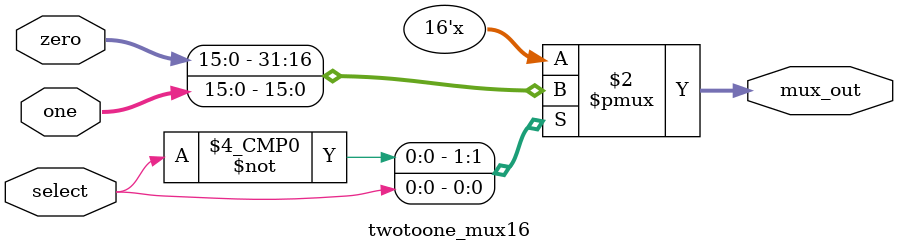
<source format=sv>
module twotoone_mux16
(
	input logic select,
	input logic [15:0] zero, one,
	output logic [15:0] mux_out
);

always_comb
	begin
		case (select)
			1'b0	:	mux_out = zero;
			1'b1	:	mux_out = one;
			default	:	;
		endcase
	end

endmodule

</source>
